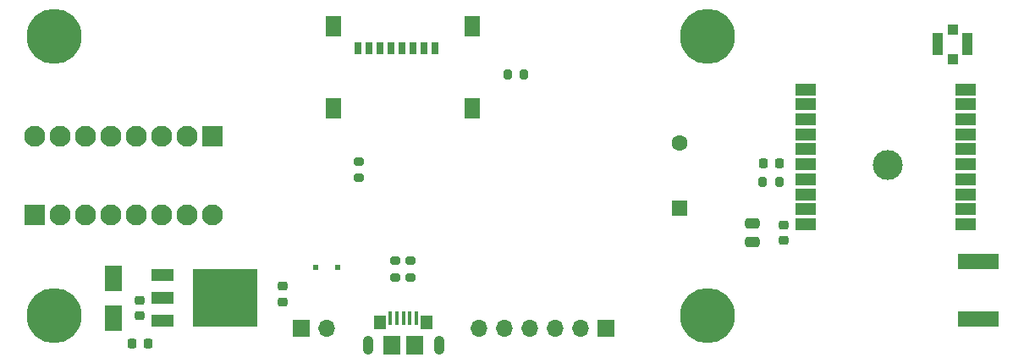
<source format=gbs>
%TF.GenerationSoftware,KiCad,Pcbnew,(6.0.5)*%
%TF.CreationDate,2023-05-13T15:18:51-04:00*%
%TF.ProjectId,SAP Mk2,53415020-4d6b-4322-9e6b-696361645f70,rev?*%
%TF.SameCoordinates,Original*%
%TF.FileFunction,Soldermask,Bot*%
%TF.FilePolarity,Negative*%
%FSLAX46Y46*%
G04 Gerber Fmt 4.6, Leading zero omitted, Abs format (unit mm)*
G04 Created by KiCad (PCBNEW (6.0.5)) date 2023-05-13 15:18:51*
%MOMM*%
%LPD*%
G01*
G04 APERTURE LIST*
G04 Aperture macros list*
%AMRoundRect*
0 Rectangle with rounded corners*
0 $1 Rounding radius*
0 $2 $3 $4 $5 $6 $7 $8 $9 X,Y pos of 4 corners*
0 Add a 4 corners polygon primitive as box body*
4,1,4,$2,$3,$4,$5,$6,$7,$8,$9,$2,$3,0*
0 Add four circle primitives for the rounded corners*
1,1,$1+$1,$2,$3*
1,1,$1+$1,$4,$5*
1,1,$1+$1,$6,$7*
1,1,$1+$1,$8,$9*
0 Add four rect primitives between the rounded corners*
20,1,$1+$1,$2,$3,$4,$5,0*
20,1,$1+$1,$4,$5,$6,$7,0*
20,1,$1+$1,$6,$7,$8,$9,0*
20,1,$1+$1,$8,$9,$2,$3,0*%
G04 Aperture macros list end*
%ADD10C,5.500000*%
%ADD11R,4.190000X1.500000*%
%ADD12R,1.700000X1.700000*%
%ADD13O,1.700000X1.700000*%
%ADD14R,0.800000X1.200000*%
%ADD15R,1.500000X2.000000*%
%ADD16R,0.500000X0.500000*%
%ADD17R,1.000000X1.000000*%
%ADD18R,1.050000X2.200000*%
%ADD19RoundRect,0.200000X0.275000X-0.200000X0.275000X0.200000X-0.275000X0.200000X-0.275000X-0.200000X0*%
%ADD20R,0.400000X1.400000*%
%ADD21R,1.750000X1.900000*%
%ADD22R,1.150000X1.450000*%
%ADD23O,1.050000X1.900000*%
%ADD24R,1.800000X2.500000*%
%ADD25R,2.100000X2.100000*%
%ADD26C,2.100000*%
%ADD27C,3.000000*%
%ADD28RoundRect,0.050800X-1.000000X-0.500000X1.000000X-0.500000X1.000000X0.500000X-1.000000X0.500000X0*%
%ADD29RoundRect,0.050800X1.000000X0.500000X-1.000000X0.500000X-1.000000X-0.500000X1.000000X-0.500000X0*%
%ADD30RoundRect,0.225000X-0.250000X0.225000X-0.250000X-0.225000X0.250000X-0.225000X0.250000X0.225000X0*%
%ADD31RoundRect,0.200000X0.200000X0.275000X-0.200000X0.275000X-0.200000X-0.275000X0.200000X-0.275000X0*%
%ADD32R,2.200000X1.200000*%
%ADD33R,6.400000X5.800000*%
%ADD34RoundRect,0.218750X-0.218750X-0.256250X0.218750X-0.256250X0.218750X0.256250X-0.218750X0.256250X0*%
%ADD35RoundRect,0.250000X-0.475000X0.250000X-0.475000X-0.250000X0.475000X-0.250000X0.475000X0.250000X0*%
%ADD36RoundRect,0.218750X0.256250X-0.218750X0.256250X0.218750X-0.256250X0.218750X-0.256250X-0.218750X0*%
%ADD37RoundRect,0.225000X-0.225000X-0.250000X0.225000X-0.250000X0.225000X0.250000X-0.225000X0.250000X0*%
%ADD38R,1.600000X1.600000*%
%ADD39C,1.600000*%
G04 APERTURE END LIST*
D10*
%TO.C,REF\u002A\u002A*%
X168910000Y-133350000D03*
%TD*%
D11*
%TO.C,AE1*%
X196013492Y-127931244D03*
X196013492Y-133742815D03*
%TD*%
D10*
%TO.C,REF\u002A\u002A*%
X103505000Y-133350000D03*
%TD*%
%TO.C,REF\u002A\u002A*%
X103505000Y-105410000D03*
%TD*%
%TO.C,REF\u002A\u002A*%
X168910000Y-105410000D03*
%TD*%
D12*
%TO.C,J4*%
X158750000Y-134620000D03*
D13*
X156210000Y-134620000D03*
X153670000Y-134620000D03*
X151130000Y-134620000D03*
X148590000Y-134620000D03*
X146050000Y-134620000D03*
%TD*%
D14*
%TO.C,J6*%
X141655000Y-106595000D03*
X140555000Y-106595000D03*
X139455000Y-106595000D03*
X138355000Y-106595000D03*
X137255000Y-106595000D03*
X136155000Y-106595000D03*
X135055000Y-106595000D03*
X133955000Y-106595000D03*
D15*
X131485000Y-104395000D03*
X131485000Y-112595000D03*
X145375000Y-112595000D03*
X145375000Y-104395000D03*
%TD*%
D16*
%TO.C,D2*%
X129710000Y-128524000D03*
X131910000Y-128524000D03*
%TD*%
D17*
%TO.C,AE2*%
X193422295Y-107712749D03*
D18*
X194897295Y-106212749D03*
D17*
X193422295Y-104712749D03*
D18*
X191947295Y-106212749D03*
%TD*%
D19*
%TO.C,R36*%
X133985000Y-119570000D03*
X133985000Y-117920000D03*
%TD*%
D20*
%TO.C,J1*%
X139773400Y-133646400D03*
X139123400Y-133646400D03*
X138473400Y-133646400D03*
X137823400Y-133646400D03*
X137173400Y-133646400D03*
D21*
X137348400Y-136296400D03*
X139598400Y-136296400D03*
D22*
X140793400Y-134066400D03*
D23*
X134898400Y-136296400D03*
X142048400Y-136296400D03*
D22*
X136153400Y-134066400D03*
%TD*%
D24*
%TO.C,D1*%
X109474000Y-133622800D03*
X109474000Y-129622800D03*
%TD*%
D25*
%TO.C,J3*%
X101600000Y-123310000D03*
D26*
X104140000Y-123310000D03*
X106680000Y-123310000D03*
X109220000Y-123310000D03*
X111760000Y-123310000D03*
X114300000Y-123310000D03*
X116840000Y-123310000D03*
X119380000Y-123310000D03*
%TD*%
D27*
%TO.C,U7*%
X186890000Y-118275000D03*
D28*
X178690000Y-124225000D03*
X178690000Y-122725000D03*
X178690000Y-121225000D03*
X178690000Y-119725000D03*
X178690000Y-118225000D03*
X178690000Y-116725000D03*
X178690000Y-115225000D03*
X178690000Y-113725000D03*
X178690000Y-112225000D03*
X178690000Y-110725000D03*
D29*
X194690000Y-110725000D03*
X194690000Y-112225000D03*
X194690000Y-113725000D03*
X194690000Y-115225000D03*
X194690000Y-116725000D03*
X194690000Y-118225000D03*
X194690000Y-119725000D03*
X194690000Y-121225000D03*
X194690000Y-122725000D03*
X194690000Y-124225000D03*
%TD*%
D12*
%TO.C,J5*%
X128270000Y-134620000D03*
D13*
X130810000Y-134620000D03*
%TD*%
D19*
%TO.C,R8*%
X139192000Y-129540000D03*
X139192000Y-127890000D03*
%TD*%
%TO.C,R7*%
X137668000Y-129540000D03*
X137668000Y-127890000D03*
%TD*%
D30*
%TO.C,C6*%
X112115600Y-131813000D03*
X112115600Y-133363000D03*
%TD*%
D31*
%TO.C,R9*%
X176085000Y-120015000D03*
X174435000Y-120015000D03*
%TD*%
D32*
%TO.C,U1*%
X114350000Y-133902800D03*
X114350000Y-131622800D03*
D33*
X120650000Y-131622800D03*
D32*
X114350000Y-129342800D03*
%TD*%
D34*
%TO.C,D4*%
X174472500Y-118110000D03*
X176047500Y-118110000D03*
%TD*%
D35*
%TO.C,FB1*%
X173355000Y-124145000D03*
X173355000Y-126045000D03*
%TD*%
D30*
%TO.C,C19*%
X176530000Y-124320000D03*
X176530000Y-125870000D03*
%TD*%
D36*
%TO.C,D3*%
X126365000Y-131978500D03*
X126365000Y-130403500D03*
%TD*%
D37*
%TO.C,C3*%
X111340600Y-136144000D03*
X112890600Y-136144000D03*
%TD*%
D31*
%TO.C,R37*%
X150558000Y-109220000D03*
X148908000Y-109220000D03*
%TD*%
D25*
%TO.C,J2*%
X119383547Y-115435154D03*
D26*
X116843547Y-115435154D03*
X114303547Y-115435154D03*
X111763547Y-115435154D03*
X109223547Y-115435154D03*
X106683547Y-115435154D03*
X104143547Y-115435154D03*
X101603547Y-115435154D03*
%TD*%
D38*
%TO.C,LS1*%
X166116000Y-122630000D03*
D39*
X166116000Y-116130000D03*
%TD*%
M02*

</source>
